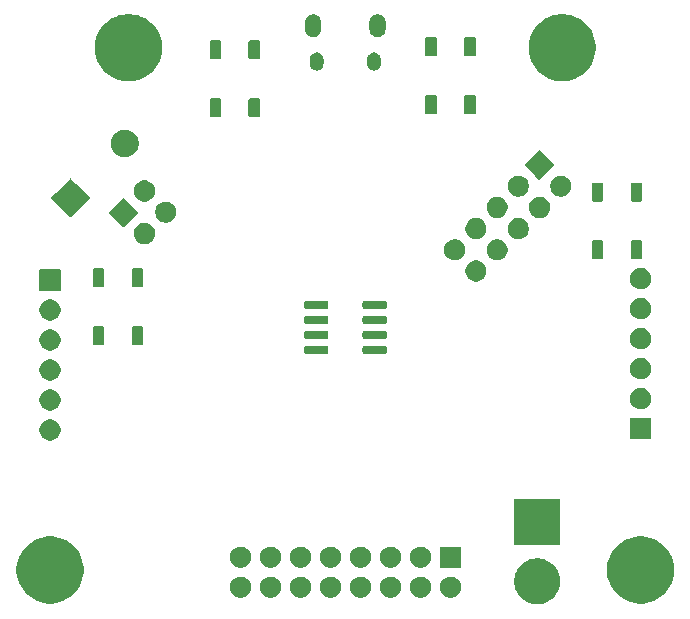
<source format=gbr>
G04 #@! TF.GenerationSoftware,KiCad,Pcbnew,9.0.1*
G04 #@! TF.CreationDate,2025-04-26T02:46:57-04:00*
G04 #@! TF.ProjectId,SwerveModuleBoard,53776572-7665-44d6-9f64-756c65426f61,REV1*
G04 #@! TF.SameCoordinates,Original*
G04 #@! TF.FileFunction,Soldermask,Bot*
G04 #@! TF.FilePolarity,Negative*
%FSLAX46Y46*%
G04 Gerber Fmt 4.6, Leading zero omitted, Abs format (unit mm)*
G04 Created by KiCad (PCBNEW 9.0.1) date 2025-04-26 02:46:57*
%MOMM*%
%LPD*%
G01*
G04 APERTURE LIST*
G04 APERTURE END LIST*
G36*
X116630621Y-116836488D02*
G01*
X116877128Y-116902539D01*
X117112905Y-117000201D01*
X117333918Y-117127803D01*
X117536384Y-117283161D01*
X117716839Y-117463616D01*
X117872197Y-117666082D01*
X117999799Y-117887095D01*
X118097461Y-118122872D01*
X118163512Y-118369379D01*
X118196823Y-118622398D01*
X118196823Y-118877602D01*
X118163512Y-119130621D01*
X118097461Y-119377128D01*
X117999799Y-119612905D01*
X117872197Y-119833918D01*
X117716839Y-120036384D01*
X117536384Y-120216839D01*
X117333918Y-120372197D01*
X117112905Y-120499799D01*
X116877128Y-120597461D01*
X116630621Y-120663512D01*
X116377602Y-120696823D01*
X116122398Y-120696823D01*
X115869379Y-120663512D01*
X115622872Y-120597461D01*
X115387095Y-120499799D01*
X115166082Y-120372197D01*
X114963616Y-120216839D01*
X114783161Y-120036384D01*
X114627803Y-119833918D01*
X114500201Y-119612905D01*
X114402539Y-119377128D01*
X114336488Y-119130621D01*
X114303177Y-118877602D01*
X114303177Y-118622398D01*
X114336488Y-118369379D01*
X114402539Y-118122872D01*
X114500201Y-117887095D01*
X114627803Y-117666082D01*
X114783161Y-117463616D01*
X114963616Y-117283161D01*
X115166082Y-117127803D01*
X115387095Y-117000201D01*
X115622872Y-116902539D01*
X115869379Y-116836488D01*
X116122398Y-116803177D01*
X116377602Y-116803177D01*
X116630621Y-116836488D01*
G37*
G36*
X75477548Y-114984416D02*
G01*
X75789246Y-115055559D01*
X76091018Y-115161153D01*
X76379071Y-115299872D01*
X76649780Y-115469970D01*
X76899742Y-115669308D01*
X77125814Y-115895380D01*
X77325152Y-116145342D01*
X77495250Y-116416051D01*
X77633969Y-116704104D01*
X77739563Y-117005876D01*
X77810706Y-117317574D01*
X77846503Y-117635277D01*
X77846503Y-117954991D01*
X77810706Y-118272694D01*
X77739563Y-118584392D01*
X77633969Y-118886164D01*
X77495250Y-119174217D01*
X77325152Y-119444926D01*
X77125814Y-119694888D01*
X76899742Y-119920960D01*
X76649780Y-120120298D01*
X76379071Y-120290396D01*
X76091018Y-120429115D01*
X75789246Y-120534709D01*
X75477548Y-120605852D01*
X75159845Y-120641649D01*
X74840131Y-120641649D01*
X74522428Y-120605852D01*
X74210730Y-120534709D01*
X73908958Y-120429115D01*
X73620905Y-120290396D01*
X73350196Y-120120298D01*
X73100234Y-119920960D01*
X72874162Y-119694888D01*
X72674824Y-119444926D01*
X72504726Y-119174217D01*
X72366007Y-118886164D01*
X72260413Y-118584392D01*
X72189270Y-118272694D01*
X72153473Y-117954991D01*
X72153473Y-117635277D01*
X72189270Y-117317574D01*
X72260413Y-117005876D01*
X72366007Y-116704104D01*
X72504726Y-116416051D01*
X72674824Y-116145342D01*
X72874162Y-115895380D01*
X73100234Y-115669308D01*
X73350196Y-115469970D01*
X73620905Y-115299872D01*
X73908958Y-115161153D01*
X74210730Y-115055559D01*
X74522428Y-114984416D01*
X74840131Y-114948619D01*
X75159845Y-114948619D01*
X75477548Y-114984416D01*
G37*
G36*
X125477548Y-114984416D02*
G01*
X125789246Y-115055559D01*
X126091018Y-115161153D01*
X126379071Y-115299872D01*
X126649780Y-115469970D01*
X126899742Y-115669308D01*
X127125814Y-115895380D01*
X127325152Y-116145342D01*
X127495250Y-116416051D01*
X127633969Y-116704104D01*
X127739563Y-117005876D01*
X127810706Y-117317574D01*
X127846503Y-117635277D01*
X127846503Y-117954991D01*
X127810706Y-118272694D01*
X127739563Y-118584392D01*
X127633969Y-118886164D01*
X127495250Y-119174217D01*
X127325152Y-119444926D01*
X127125814Y-119694888D01*
X126899742Y-119920960D01*
X126649780Y-120120298D01*
X126379071Y-120290396D01*
X126091018Y-120429115D01*
X125789246Y-120534709D01*
X125477548Y-120605852D01*
X125159845Y-120641649D01*
X124840131Y-120641649D01*
X124522428Y-120605852D01*
X124210730Y-120534709D01*
X123908958Y-120429115D01*
X123620905Y-120290396D01*
X123350196Y-120120298D01*
X123100234Y-119920960D01*
X122874162Y-119694888D01*
X122674824Y-119444926D01*
X122504726Y-119174217D01*
X122366007Y-118886164D01*
X122260413Y-118584392D01*
X122189270Y-118272694D01*
X122153473Y-117954991D01*
X122153473Y-117635277D01*
X122189270Y-117317574D01*
X122260413Y-117005876D01*
X122366007Y-116704104D01*
X122504726Y-116416051D01*
X122674824Y-116145342D01*
X122874162Y-115895380D01*
X123100234Y-115669308D01*
X123350196Y-115469970D01*
X123620905Y-115299872D01*
X123908958Y-115161153D01*
X124210730Y-115055559D01*
X124522428Y-114984416D01*
X124840131Y-114948619D01*
X125159845Y-114948619D01*
X125477548Y-114984416D01*
G37*
G36*
X91386546Y-118387797D02*
G01*
X91549728Y-118455389D01*
X91696588Y-118553518D01*
X91821482Y-118678412D01*
X91919611Y-118825272D01*
X91987203Y-118988454D01*
X92021661Y-119161687D01*
X92021661Y-119338313D01*
X91987203Y-119511546D01*
X91919611Y-119674728D01*
X91821482Y-119821588D01*
X91696588Y-119946482D01*
X91549728Y-120044611D01*
X91386546Y-120112203D01*
X91213313Y-120146661D01*
X91036687Y-120146661D01*
X90863454Y-120112203D01*
X90700272Y-120044611D01*
X90553412Y-119946482D01*
X90428518Y-119821588D01*
X90330389Y-119674728D01*
X90262797Y-119511546D01*
X90228339Y-119338313D01*
X90228339Y-119161687D01*
X90262797Y-118988454D01*
X90330389Y-118825272D01*
X90428518Y-118678412D01*
X90553412Y-118553518D01*
X90700272Y-118455389D01*
X90863454Y-118387797D01*
X91036687Y-118353339D01*
X91213313Y-118353339D01*
X91386546Y-118387797D01*
G37*
G36*
X93926546Y-118387797D02*
G01*
X94089728Y-118455389D01*
X94236588Y-118553518D01*
X94361482Y-118678412D01*
X94459611Y-118825272D01*
X94527203Y-118988454D01*
X94561661Y-119161687D01*
X94561661Y-119338313D01*
X94527203Y-119511546D01*
X94459611Y-119674728D01*
X94361482Y-119821588D01*
X94236588Y-119946482D01*
X94089728Y-120044611D01*
X93926546Y-120112203D01*
X93753313Y-120146661D01*
X93576687Y-120146661D01*
X93403454Y-120112203D01*
X93240272Y-120044611D01*
X93093412Y-119946482D01*
X92968518Y-119821588D01*
X92870389Y-119674728D01*
X92802797Y-119511546D01*
X92768339Y-119338313D01*
X92768339Y-119161687D01*
X92802797Y-118988454D01*
X92870389Y-118825272D01*
X92968518Y-118678412D01*
X93093412Y-118553518D01*
X93240272Y-118455389D01*
X93403454Y-118387797D01*
X93576687Y-118353339D01*
X93753313Y-118353339D01*
X93926546Y-118387797D01*
G37*
G36*
X96466546Y-118387797D02*
G01*
X96629728Y-118455389D01*
X96776588Y-118553518D01*
X96901482Y-118678412D01*
X96999611Y-118825272D01*
X97067203Y-118988454D01*
X97101661Y-119161687D01*
X97101661Y-119338313D01*
X97067203Y-119511546D01*
X96999611Y-119674728D01*
X96901482Y-119821588D01*
X96776588Y-119946482D01*
X96629728Y-120044611D01*
X96466546Y-120112203D01*
X96293313Y-120146661D01*
X96116687Y-120146661D01*
X95943454Y-120112203D01*
X95780272Y-120044611D01*
X95633412Y-119946482D01*
X95508518Y-119821588D01*
X95410389Y-119674728D01*
X95342797Y-119511546D01*
X95308339Y-119338313D01*
X95308339Y-119161687D01*
X95342797Y-118988454D01*
X95410389Y-118825272D01*
X95508518Y-118678412D01*
X95633412Y-118553518D01*
X95780272Y-118455389D01*
X95943454Y-118387797D01*
X96116687Y-118353339D01*
X96293313Y-118353339D01*
X96466546Y-118387797D01*
G37*
G36*
X99006546Y-118387797D02*
G01*
X99169728Y-118455389D01*
X99316588Y-118553518D01*
X99441482Y-118678412D01*
X99539611Y-118825272D01*
X99607203Y-118988454D01*
X99641661Y-119161687D01*
X99641661Y-119338313D01*
X99607203Y-119511546D01*
X99539611Y-119674728D01*
X99441482Y-119821588D01*
X99316588Y-119946482D01*
X99169728Y-120044611D01*
X99006546Y-120112203D01*
X98833313Y-120146661D01*
X98656687Y-120146661D01*
X98483454Y-120112203D01*
X98320272Y-120044611D01*
X98173412Y-119946482D01*
X98048518Y-119821588D01*
X97950389Y-119674728D01*
X97882797Y-119511546D01*
X97848339Y-119338313D01*
X97848339Y-119161687D01*
X97882797Y-118988454D01*
X97950389Y-118825272D01*
X98048518Y-118678412D01*
X98173412Y-118553518D01*
X98320272Y-118455389D01*
X98483454Y-118387797D01*
X98656687Y-118353339D01*
X98833313Y-118353339D01*
X99006546Y-118387797D01*
G37*
G36*
X101546546Y-118387797D02*
G01*
X101709728Y-118455389D01*
X101856588Y-118553518D01*
X101981482Y-118678412D01*
X102079611Y-118825272D01*
X102147203Y-118988454D01*
X102181661Y-119161687D01*
X102181661Y-119338313D01*
X102147203Y-119511546D01*
X102079611Y-119674728D01*
X101981482Y-119821588D01*
X101856588Y-119946482D01*
X101709728Y-120044611D01*
X101546546Y-120112203D01*
X101373313Y-120146661D01*
X101196687Y-120146661D01*
X101023454Y-120112203D01*
X100860272Y-120044611D01*
X100713412Y-119946482D01*
X100588518Y-119821588D01*
X100490389Y-119674728D01*
X100422797Y-119511546D01*
X100388339Y-119338313D01*
X100388339Y-119161687D01*
X100422797Y-118988454D01*
X100490389Y-118825272D01*
X100588518Y-118678412D01*
X100713412Y-118553518D01*
X100860272Y-118455389D01*
X101023454Y-118387797D01*
X101196687Y-118353339D01*
X101373313Y-118353339D01*
X101546546Y-118387797D01*
G37*
G36*
X104086546Y-118387797D02*
G01*
X104249728Y-118455389D01*
X104396588Y-118553518D01*
X104521482Y-118678412D01*
X104619611Y-118825272D01*
X104687203Y-118988454D01*
X104721661Y-119161687D01*
X104721661Y-119338313D01*
X104687203Y-119511546D01*
X104619611Y-119674728D01*
X104521482Y-119821588D01*
X104396588Y-119946482D01*
X104249728Y-120044611D01*
X104086546Y-120112203D01*
X103913313Y-120146661D01*
X103736687Y-120146661D01*
X103563454Y-120112203D01*
X103400272Y-120044611D01*
X103253412Y-119946482D01*
X103128518Y-119821588D01*
X103030389Y-119674728D01*
X102962797Y-119511546D01*
X102928339Y-119338313D01*
X102928339Y-119161687D01*
X102962797Y-118988454D01*
X103030389Y-118825272D01*
X103128518Y-118678412D01*
X103253412Y-118553518D01*
X103400272Y-118455389D01*
X103563454Y-118387797D01*
X103736687Y-118353339D01*
X103913313Y-118353339D01*
X104086546Y-118387797D01*
G37*
G36*
X106626546Y-118387797D02*
G01*
X106789728Y-118455389D01*
X106936588Y-118553518D01*
X107061482Y-118678412D01*
X107159611Y-118825272D01*
X107227203Y-118988454D01*
X107261661Y-119161687D01*
X107261661Y-119338313D01*
X107227203Y-119511546D01*
X107159611Y-119674728D01*
X107061482Y-119821588D01*
X106936588Y-119946482D01*
X106789728Y-120044611D01*
X106626546Y-120112203D01*
X106453313Y-120146661D01*
X106276687Y-120146661D01*
X106103454Y-120112203D01*
X105940272Y-120044611D01*
X105793412Y-119946482D01*
X105668518Y-119821588D01*
X105570389Y-119674728D01*
X105502797Y-119511546D01*
X105468339Y-119338313D01*
X105468339Y-119161687D01*
X105502797Y-118988454D01*
X105570389Y-118825272D01*
X105668518Y-118678412D01*
X105793412Y-118553518D01*
X105940272Y-118455389D01*
X106103454Y-118387797D01*
X106276687Y-118353339D01*
X106453313Y-118353339D01*
X106626546Y-118387797D01*
G37*
G36*
X109166546Y-118387797D02*
G01*
X109329728Y-118455389D01*
X109476588Y-118553518D01*
X109601482Y-118678412D01*
X109699611Y-118825272D01*
X109767203Y-118988454D01*
X109801661Y-119161687D01*
X109801661Y-119338313D01*
X109767203Y-119511546D01*
X109699611Y-119674728D01*
X109601482Y-119821588D01*
X109476588Y-119946482D01*
X109329728Y-120044611D01*
X109166546Y-120112203D01*
X108993313Y-120146661D01*
X108816687Y-120146661D01*
X108643454Y-120112203D01*
X108480272Y-120044611D01*
X108333412Y-119946482D01*
X108208518Y-119821588D01*
X108110389Y-119674728D01*
X108042797Y-119511546D01*
X108008339Y-119338313D01*
X108008339Y-119161687D01*
X108042797Y-118988454D01*
X108110389Y-118825272D01*
X108208518Y-118678412D01*
X108333412Y-118553518D01*
X108480272Y-118455389D01*
X108643454Y-118387797D01*
X108816687Y-118353339D01*
X108993313Y-118353339D01*
X109166546Y-118387797D01*
G37*
G36*
X109774517Y-115812882D02*
G01*
X109791062Y-115823938D01*
X109802118Y-115840483D01*
X109806000Y-115860000D01*
X109806000Y-117560000D01*
X109802118Y-117579517D01*
X109791062Y-117596062D01*
X109774517Y-117607118D01*
X109755000Y-117611000D01*
X108055000Y-117611000D01*
X108035483Y-117607118D01*
X108018938Y-117596062D01*
X108007882Y-117579517D01*
X108004000Y-117560000D01*
X108004000Y-115860000D01*
X108007882Y-115840483D01*
X108018938Y-115823938D01*
X108035483Y-115812882D01*
X108055000Y-115809000D01*
X109755000Y-115809000D01*
X109774517Y-115812882D01*
G37*
G36*
X91386546Y-115847797D02*
G01*
X91549728Y-115915389D01*
X91696588Y-116013518D01*
X91821482Y-116138412D01*
X91919611Y-116285272D01*
X91987203Y-116448454D01*
X92021661Y-116621687D01*
X92021661Y-116798313D01*
X91987203Y-116971546D01*
X91919611Y-117134728D01*
X91821482Y-117281588D01*
X91696588Y-117406482D01*
X91549728Y-117504611D01*
X91386546Y-117572203D01*
X91213313Y-117606661D01*
X91036687Y-117606661D01*
X90863454Y-117572203D01*
X90700272Y-117504611D01*
X90553412Y-117406482D01*
X90428518Y-117281588D01*
X90330389Y-117134728D01*
X90262797Y-116971546D01*
X90228339Y-116798313D01*
X90228339Y-116621687D01*
X90262797Y-116448454D01*
X90330389Y-116285272D01*
X90428518Y-116138412D01*
X90553412Y-116013518D01*
X90700272Y-115915389D01*
X90863454Y-115847797D01*
X91036687Y-115813339D01*
X91213313Y-115813339D01*
X91386546Y-115847797D01*
G37*
G36*
X93926546Y-115847797D02*
G01*
X94089728Y-115915389D01*
X94236588Y-116013518D01*
X94361482Y-116138412D01*
X94459611Y-116285272D01*
X94527203Y-116448454D01*
X94561661Y-116621687D01*
X94561661Y-116798313D01*
X94527203Y-116971546D01*
X94459611Y-117134728D01*
X94361482Y-117281588D01*
X94236588Y-117406482D01*
X94089728Y-117504611D01*
X93926546Y-117572203D01*
X93753313Y-117606661D01*
X93576687Y-117606661D01*
X93403454Y-117572203D01*
X93240272Y-117504611D01*
X93093412Y-117406482D01*
X92968518Y-117281588D01*
X92870389Y-117134728D01*
X92802797Y-116971546D01*
X92768339Y-116798313D01*
X92768339Y-116621687D01*
X92802797Y-116448454D01*
X92870389Y-116285272D01*
X92968518Y-116138412D01*
X93093412Y-116013518D01*
X93240272Y-115915389D01*
X93403454Y-115847797D01*
X93576687Y-115813339D01*
X93753313Y-115813339D01*
X93926546Y-115847797D01*
G37*
G36*
X96466546Y-115847797D02*
G01*
X96629728Y-115915389D01*
X96776588Y-116013518D01*
X96901482Y-116138412D01*
X96999611Y-116285272D01*
X97067203Y-116448454D01*
X97101661Y-116621687D01*
X97101661Y-116798313D01*
X97067203Y-116971546D01*
X96999611Y-117134728D01*
X96901482Y-117281588D01*
X96776588Y-117406482D01*
X96629728Y-117504611D01*
X96466546Y-117572203D01*
X96293313Y-117606661D01*
X96116687Y-117606661D01*
X95943454Y-117572203D01*
X95780272Y-117504611D01*
X95633412Y-117406482D01*
X95508518Y-117281588D01*
X95410389Y-117134728D01*
X95342797Y-116971546D01*
X95308339Y-116798313D01*
X95308339Y-116621687D01*
X95342797Y-116448454D01*
X95410389Y-116285272D01*
X95508518Y-116138412D01*
X95633412Y-116013518D01*
X95780272Y-115915389D01*
X95943454Y-115847797D01*
X96116687Y-115813339D01*
X96293313Y-115813339D01*
X96466546Y-115847797D01*
G37*
G36*
X99006546Y-115847797D02*
G01*
X99169728Y-115915389D01*
X99316588Y-116013518D01*
X99441482Y-116138412D01*
X99539611Y-116285272D01*
X99607203Y-116448454D01*
X99641661Y-116621687D01*
X99641661Y-116798313D01*
X99607203Y-116971546D01*
X99539611Y-117134728D01*
X99441482Y-117281588D01*
X99316588Y-117406482D01*
X99169728Y-117504611D01*
X99006546Y-117572203D01*
X98833313Y-117606661D01*
X98656687Y-117606661D01*
X98483454Y-117572203D01*
X98320272Y-117504611D01*
X98173412Y-117406482D01*
X98048518Y-117281588D01*
X97950389Y-117134728D01*
X97882797Y-116971546D01*
X97848339Y-116798313D01*
X97848339Y-116621687D01*
X97882797Y-116448454D01*
X97950389Y-116285272D01*
X98048518Y-116138412D01*
X98173412Y-116013518D01*
X98320272Y-115915389D01*
X98483454Y-115847797D01*
X98656687Y-115813339D01*
X98833313Y-115813339D01*
X99006546Y-115847797D01*
G37*
G36*
X101546546Y-115847797D02*
G01*
X101709728Y-115915389D01*
X101856588Y-116013518D01*
X101981482Y-116138412D01*
X102079611Y-116285272D01*
X102147203Y-116448454D01*
X102181661Y-116621687D01*
X102181661Y-116798313D01*
X102147203Y-116971546D01*
X102079611Y-117134728D01*
X101981482Y-117281588D01*
X101856588Y-117406482D01*
X101709728Y-117504611D01*
X101546546Y-117572203D01*
X101373313Y-117606661D01*
X101196687Y-117606661D01*
X101023454Y-117572203D01*
X100860272Y-117504611D01*
X100713412Y-117406482D01*
X100588518Y-117281588D01*
X100490389Y-117134728D01*
X100422797Y-116971546D01*
X100388339Y-116798313D01*
X100388339Y-116621687D01*
X100422797Y-116448454D01*
X100490389Y-116285272D01*
X100588518Y-116138412D01*
X100713412Y-116013518D01*
X100860272Y-115915389D01*
X101023454Y-115847797D01*
X101196687Y-115813339D01*
X101373313Y-115813339D01*
X101546546Y-115847797D01*
G37*
G36*
X104086546Y-115847797D02*
G01*
X104249728Y-115915389D01*
X104396588Y-116013518D01*
X104521482Y-116138412D01*
X104619611Y-116285272D01*
X104687203Y-116448454D01*
X104721661Y-116621687D01*
X104721661Y-116798313D01*
X104687203Y-116971546D01*
X104619611Y-117134728D01*
X104521482Y-117281588D01*
X104396588Y-117406482D01*
X104249728Y-117504611D01*
X104086546Y-117572203D01*
X103913313Y-117606661D01*
X103736687Y-117606661D01*
X103563454Y-117572203D01*
X103400272Y-117504611D01*
X103253412Y-117406482D01*
X103128518Y-117281588D01*
X103030389Y-117134728D01*
X102962797Y-116971546D01*
X102928339Y-116798313D01*
X102928339Y-116621687D01*
X102962797Y-116448454D01*
X103030389Y-116285272D01*
X103128518Y-116138412D01*
X103253412Y-116013518D01*
X103400272Y-115915389D01*
X103563454Y-115847797D01*
X103736687Y-115813339D01*
X103913313Y-115813339D01*
X104086546Y-115847797D01*
G37*
G36*
X106626546Y-115847797D02*
G01*
X106789728Y-115915389D01*
X106936588Y-116013518D01*
X107061482Y-116138412D01*
X107159611Y-116285272D01*
X107227203Y-116448454D01*
X107261661Y-116621687D01*
X107261661Y-116798313D01*
X107227203Y-116971546D01*
X107159611Y-117134728D01*
X107061482Y-117281588D01*
X106936588Y-117406482D01*
X106789728Y-117504611D01*
X106626546Y-117572203D01*
X106453313Y-117606661D01*
X106276687Y-117606661D01*
X106103454Y-117572203D01*
X105940272Y-117504611D01*
X105793412Y-117406482D01*
X105668518Y-117281588D01*
X105570389Y-117134728D01*
X105502797Y-116971546D01*
X105468339Y-116798313D01*
X105468339Y-116621687D01*
X105502797Y-116448454D01*
X105570389Y-116285272D01*
X105668518Y-116138412D01*
X105793412Y-116013518D01*
X105940272Y-115915389D01*
X106103454Y-115847797D01*
X106276687Y-115813339D01*
X106453313Y-115813339D01*
X106626546Y-115847797D01*
G37*
G36*
X118169517Y-111802882D02*
G01*
X118186062Y-111813938D01*
X118197118Y-111830483D01*
X118201000Y-111850000D01*
X118201000Y-115650000D01*
X118197118Y-115669517D01*
X118186062Y-115686062D01*
X118169517Y-115697118D01*
X118150000Y-115701000D01*
X114350000Y-115701000D01*
X114330483Y-115697118D01*
X114313938Y-115686062D01*
X114302882Y-115669517D01*
X114299000Y-115650000D01*
X114299000Y-111850000D01*
X114302882Y-111830483D01*
X114313938Y-111813938D01*
X114330483Y-111802882D01*
X114350000Y-111799000D01*
X118150000Y-111799000D01*
X118169517Y-111802882D01*
G37*
G36*
X75261546Y-105087797D02*
G01*
X75424728Y-105155389D01*
X75571588Y-105253518D01*
X75696482Y-105378412D01*
X75794611Y-105525272D01*
X75862203Y-105688454D01*
X75896661Y-105861687D01*
X75896661Y-106038313D01*
X75862203Y-106211546D01*
X75794611Y-106374728D01*
X75696482Y-106521588D01*
X75571588Y-106646482D01*
X75424728Y-106744611D01*
X75261546Y-106812203D01*
X75088313Y-106846661D01*
X74911687Y-106846661D01*
X74738454Y-106812203D01*
X74575272Y-106744611D01*
X74428412Y-106646482D01*
X74303518Y-106521588D01*
X74205389Y-106374728D01*
X74137797Y-106211546D01*
X74103339Y-106038313D01*
X74103339Y-105861687D01*
X74137797Y-105688454D01*
X74205389Y-105525272D01*
X74303518Y-105378412D01*
X74428412Y-105253518D01*
X74575272Y-105155389D01*
X74738454Y-105087797D01*
X74911687Y-105053339D01*
X75088313Y-105053339D01*
X75261546Y-105087797D01*
G37*
G36*
X125869517Y-104932882D02*
G01*
X125886062Y-104943938D01*
X125897118Y-104960483D01*
X125901000Y-104980000D01*
X125901000Y-106680000D01*
X125897118Y-106699517D01*
X125886062Y-106716062D01*
X125869517Y-106727118D01*
X125850000Y-106731000D01*
X124150000Y-106731000D01*
X124130483Y-106727118D01*
X124113938Y-106716062D01*
X124102882Y-106699517D01*
X124099000Y-106680000D01*
X124099000Y-104980000D01*
X124102882Y-104960483D01*
X124113938Y-104943938D01*
X124130483Y-104932882D01*
X124150000Y-104929000D01*
X125850000Y-104929000D01*
X125869517Y-104932882D01*
G37*
G36*
X75261546Y-102547797D02*
G01*
X75424728Y-102615389D01*
X75571588Y-102713518D01*
X75696482Y-102838412D01*
X75794611Y-102985272D01*
X75862203Y-103148454D01*
X75896661Y-103321687D01*
X75896661Y-103498313D01*
X75862203Y-103671546D01*
X75794611Y-103834728D01*
X75696482Y-103981588D01*
X75571588Y-104106482D01*
X75424728Y-104204611D01*
X75261546Y-104272203D01*
X75088313Y-104306661D01*
X74911687Y-104306661D01*
X74738454Y-104272203D01*
X74575272Y-104204611D01*
X74428412Y-104106482D01*
X74303518Y-103981588D01*
X74205389Y-103834728D01*
X74137797Y-103671546D01*
X74103339Y-103498313D01*
X74103339Y-103321687D01*
X74137797Y-103148454D01*
X74205389Y-102985272D01*
X74303518Y-102838412D01*
X74428412Y-102713518D01*
X74575272Y-102615389D01*
X74738454Y-102547797D01*
X74911687Y-102513339D01*
X75088313Y-102513339D01*
X75261546Y-102547797D01*
G37*
G36*
X125261546Y-102427797D02*
G01*
X125424728Y-102495389D01*
X125571588Y-102593518D01*
X125696482Y-102718412D01*
X125794611Y-102865272D01*
X125862203Y-103028454D01*
X125896661Y-103201687D01*
X125896661Y-103378313D01*
X125862203Y-103551546D01*
X125794611Y-103714728D01*
X125696482Y-103861588D01*
X125571588Y-103986482D01*
X125424728Y-104084611D01*
X125261546Y-104152203D01*
X125088313Y-104186661D01*
X124911687Y-104186661D01*
X124738454Y-104152203D01*
X124575272Y-104084611D01*
X124428412Y-103986482D01*
X124303518Y-103861588D01*
X124205389Y-103714728D01*
X124137797Y-103551546D01*
X124103339Y-103378313D01*
X124103339Y-103201687D01*
X124137797Y-103028454D01*
X124205389Y-102865272D01*
X124303518Y-102718412D01*
X124428412Y-102593518D01*
X124575272Y-102495389D01*
X124738454Y-102427797D01*
X124911687Y-102393339D01*
X125088313Y-102393339D01*
X125261546Y-102427797D01*
G37*
G36*
X75261546Y-100007797D02*
G01*
X75424728Y-100075389D01*
X75571588Y-100173518D01*
X75696482Y-100298412D01*
X75794611Y-100445272D01*
X75862203Y-100608454D01*
X75896661Y-100781687D01*
X75896661Y-100958313D01*
X75862203Y-101131546D01*
X75794611Y-101294728D01*
X75696482Y-101441588D01*
X75571588Y-101566482D01*
X75424728Y-101664611D01*
X75261546Y-101732203D01*
X75088313Y-101766661D01*
X74911687Y-101766661D01*
X74738454Y-101732203D01*
X74575272Y-101664611D01*
X74428412Y-101566482D01*
X74303518Y-101441588D01*
X74205389Y-101294728D01*
X74137797Y-101131546D01*
X74103339Y-100958313D01*
X74103339Y-100781687D01*
X74137797Y-100608454D01*
X74205389Y-100445272D01*
X74303518Y-100298412D01*
X74428412Y-100173518D01*
X74575272Y-100075389D01*
X74738454Y-100007797D01*
X74911687Y-99973339D01*
X75088313Y-99973339D01*
X75261546Y-100007797D01*
G37*
G36*
X125261546Y-99887797D02*
G01*
X125424728Y-99955389D01*
X125571588Y-100053518D01*
X125696482Y-100178412D01*
X125794611Y-100325272D01*
X125862203Y-100488454D01*
X125896661Y-100661687D01*
X125896661Y-100838313D01*
X125862203Y-101011546D01*
X125794611Y-101174728D01*
X125696482Y-101321588D01*
X125571588Y-101446482D01*
X125424728Y-101544611D01*
X125261546Y-101612203D01*
X125088313Y-101646661D01*
X124911687Y-101646661D01*
X124738454Y-101612203D01*
X124575272Y-101544611D01*
X124428412Y-101446482D01*
X124303518Y-101321588D01*
X124205389Y-101174728D01*
X124137797Y-101011546D01*
X124103339Y-100838313D01*
X124103339Y-100661687D01*
X124137797Y-100488454D01*
X124205389Y-100325272D01*
X124303518Y-100178412D01*
X124428412Y-100053518D01*
X124575272Y-99955389D01*
X124738454Y-99887797D01*
X124911687Y-99853339D01*
X125088313Y-99853339D01*
X125261546Y-99887797D01*
G37*
G36*
X98426919Y-98819300D02*
G01*
X98492128Y-98862872D01*
X98535700Y-98928081D01*
X98551000Y-99005000D01*
X98551000Y-99305000D01*
X98535700Y-99381919D01*
X98492128Y-99447128D01*
X98426919Y-99490700D01*
X98350000Y-99506000D01*
X96700000Y-99506000D01*
X96623081Y-99490700D01*
X96557872Y-99447128D01*
X96514300Y-99381919D01*
X96499000Y-99305000D01*
X96499000Y-99005000D01*
X96514300Y-98928081D01*
X96557872Y-98862872D01*
X96623081Y-98819300D01*
X96700000Y-98804000D01*
X98350000Y-98804000D01*
X98426919Y-98819300D01*
G37*
G36*
X103376919Y-98819300D02*
G01*
X103442128Y-98862872D01*
X103485700Y-98928081D01*
X103501000Y-99005000D01*
X103501000Y-99305000D01*
X103485700Y-99381919D01*
X103442128Y-99447128D01*
X103376919Y-99490700D01*
X103300000Y-99506000D01*
X101650000Y-99506000D01*
X101573081Y-99490700D01*
X101507872Y-99447128D01*
X101464300Y-99381919D01*
X101449000Y-99305000D01*
X101449000Y-99005000D01*
X101464300Y-98928081D01*
X101507872Y-98862872D01*
X101573081Y-98819300D01*
X101650000Y-98804000D01*
X103300000Y-98804000D01*
X103376919Y-98819300D01*
G37*
G36*
X75261546Y-97467797D02*
G01*
X75424728Y-97535389D01*
X75571588Y-97633518D01*
X75696482Y-97758412D01*
X75794611Y-97905272D01*
X75862203Y-98068454D01*
X75896661Y-98241687D01*
X75896661Y-98418313D01*
X75862203Y-98591546D01*
X75794611Y-98754728D01*
X75696482Y-98901588D01*
X75571588Y-99026482D01*
X75424728Y-99124611D01*
X75261546Y-99192203D01*
X75088313Y-99226661D01*
X74911687Y-99226661D01*
X74738454Y-99192203D01*
X74575272Y-99124611D01*
X74428412Y-99026482D01*
X74303518Y-98901588D01*
X74205389Y-98754728D01*
X74137797Y-98591546D01*
X74103339Y-98418313D01*
X74103339Y-98241687D01*
X74137797Y-98068454D01*
X74205389Y-97905272D01*
X74303518Y-97758412D01*
X74428412Y-97633518D01*
X74575272Y-97535389D01*
X74738454Y-97467797D01*
X74911687Y-97433339D01*
X75088313Y-97433339D01*
X75261546Y-97467797D01*
G37*
G36*
X125261546Y-97347797D02*
G01*
X125424728Y-97415389D01*
X125571588Y-97513518D01*
X125696482Y-97638412D01*
X125794611Y-97785272D01*
X125862203Y-97948454D01*
X125896661Y-98121687D01*
X125896661Y-98298313D01*
X125862203Y-98471546D01*
X125794611Y-98634728D01*
X125696482Y-98781588D01*
X125571588Y-98906482D01*
X125424728Y-99004611D01*
X125261546Y-99072203D01*
X125088313Y-99106661D01*
X124911687Y-99106661D01*
X124738454Y-99072203D01*
X124575272Y-99004611D01*
X124428412Y-98906482D01*
X124303518Y-98781588D01*
X124205389Y-98634728D01*
X124137797Y-98471546D01*
X124103339Y-98298313D01*
X124103339Y-98121687D01*
X124137797Y-97948454D01*
X124205389Y-97785272D01*
X124303518Y-97638412D01*
X124428412Y-97513518D01*
X124575272Y-97415389D01*
X124738454Y-97347797D01*
X124911687Y-97313339D01*
X125088313Y-97313339D01*
X125261546Y-97347797D01*
G37*
G36*
X79513958Y-97159733D02*
G01*
X79559702Y-97190298D01*
X79590267Y-97236042D01*
X79601000Y-97290000D01*
X79601000Y-98610000D01*
X79590267Y-98663958D01*
X79559702Y-98709702D01*
X79513958Y-98740267D01*
X79460000Y-98751000D01*
X78740000Y-98751000D01*
X78686042Y-98740267D01*
X78640298Y-98709702D01*
X78609733Y-98663958D01*
X78599000Y-98610000D01*
X78599000Y-97290000D01*
X78609733Y-97236042D01*
X78640298Y-97190298D01*
X78686042Y-97159733D01*
X78740000Y-97149000D01*
X79460000Y-97149000D01*
X79513958Y-97159733D01*
G37*
G36*
X82813958Y-97159733D02*
G01*
X82859702Y-97190298D01*
X82890267Y-97236042D01*
X82901000Y-97290000D01*
X82901000Y-98610000D01*
X82890267Y-98663958D01*
X82859702Y-98709702D01*
X82813958Y-98740267D01*
X82760000Y-98751000D01*
X82040000Y-98751000D01*
X81986042Y-98740267D01*
X81940298Y-98709702D01*
X81909733Y-98663958D01*
X81899000Y-98610000D01*
X81899000Y-97290000D01*
X81909733Y-97236042D01*
X81940298Y-97190298D01*
X81986042Y-97159733D01*
X82040000Y-97149000D01*
X82760000Y-97149000D01*
X82813958Y-97159733D01*
G37*
G36*
X98426919Y-97549300D02*
G01*
X98492128Y-97592872D01*
X98535700Y-97658081D01*
X98551000Y-97735000D01*
X98551000Y-98035000D01*
X98535700Y-98111919D01*
X98492128Y-98177128D01*
X98426919Y-98220700D01*
X98350000Y-98236000D01*
X96700000Y-98236000D01*
X96623081Y-98220700D01*
X96557872Y-98177128D01*
X96514300Y-98111919D01*
X96499000Y-98035000D01*
X96499000Y-97735000D01*
X96514300Y-97658081D01*
X96557872Y-97592872D01*
X96623081Y-97549300D01*
X96700000Y-97534000D01*
X98350000Y-97534000D01*
X98426919Y-97549300D01*
G37*
G36*
X103376919Y-97549300D02*
G01*
X103442128Y-97592872D01*
X103485700Y-97658081D01*
X103501000Y-97735000D01*
X103501000Y-98035000D01*
X103485700Y-98111919D01*
X103442128Y-98177128D01*
X103376919Y-98220700D01*
X103300000Y-98236000D01*
X101650000Y-98236000D01*
X101573081Y-98220700D01*
X101507872Y-98177128D01*
X101464300Y-98111919D01*
X101449000Y-98035000D01*
X101449000Y-97735000D01*
X101464300Y-97658081D01*
X101507872Y-97592872D01*
X101573081Y-97549300D01*
X101650000Y-97534000D01*
X103300000Y-97534000D01*
X103376919Y-97549300D01*
G37*
G36*
X98426919Y-96279300D02*
G01*
X98492128Y-96322872D01*
X98535700Y-96388081D01*
X98551000Y-96465000D01*
X98551000Y-96765000D01*
X98535700Y-96841919D01*
X98492128Y-96907128D01*
X98426919Y-96950700D01*
X98350000Y-96966000D01*
X96700000Y-96966000D01*
X96623081Y-96950700D01*
X96557872Y-96907128D01*
X96514300Y-96841919D01*
X96499000Y-96765000D01*
X96499000Y-96465000D01*
X96514300Y-96388081D01*
X96557872Y-96322872D01*
X96623081Y-96279300D01*
X96700000Y-96264000D01*
X98350000Y-96264000D01*
X98426919Y-96279300D01*
G37*
G36*
X103376919Y-96279300D02*
G01*
X103442128Y-96322872D01*
X103485700Y-96388081D01*
X103501000Y-96465000D01*
X103501000Y-96765000D01*
X103485700Y-96841919D01*
X103442128Y-96907128D01*
X103376919Y-96950700D01*
X103300000Y-96966000D01*
X101650000Y-96966000D01*
X101573081Y-96950700D01*
X101507872Y-96907128D01*
X101464300Y-96841919D01*
X101449000Y-96765000D01*
X101449000Y-96465000D01*
X101464300Y-96388081D01*
X101507872Y-96322872D01*
X101573081Y-96279300D01*
X101650000Y-96264000D01*
X103300000Y-96264000D01*
X103376919Y-96279300D01*
G37*
G36*
X75261546Y-94927797D02*
G01*
X75424728Y-94995389D01*
X75571588Y-95093518D01*
X75696482Y-95218412D01*
X75794611Y-95365272D01*
X75862203Y-95528454D01*
X75896661Y-95701687D01*
X75896661Y-95878313D01*
X75862203Y-96051546D01*
X75794611Y-96214728D01*
X75696482Y-96361588D01*
X75571588Y-96486482D01*
X75424728Y-96584611D01*
X75261546Y-96652203D01*
X75088313Y-96686661D01*
X74911687Y-96686661D01*
X74738454Y-96652203D01*
X74575272Y-96584611D01*
X74428412Y-96486482D01*
X74303518Y-96361588D01*
X74205389Y-96214728D01*
X74137797Y-96051546D01*
X74103339Y-95878313D01*
X74103339Y-95701687D01*
X74137797Y-95528454D01*
X74205389Y-95365272D01*
X74303518Y-95218412D01*
X74428412Y-95093518D01*
X74575272Y-94995389D01*
X74738454Y-94927797D01*
X74911687Y-94893339D01*
X75088313Y-94893339D01*
X75261546Y-94927797D01*
G37*
G36*
X125261546Y-94807797D02*
G01*
X125424728Y-94875389D01*
X125571588Y-94973518D01*
X125696482Y-95098412D01*
X125794611Y-95245272D01*
X125862203Y-95408454D01*
X125896661Y-95581687D01*
X125896661Y-95758313D01*
X125862203Y-95931546D01*
X125794611Y-96094728D01*
X125696482Y-96241588D01*
X125571588Y-96366482D01*
X125424728Y-96464611D01*
X125261546Y-96532203D01*
X125088313Y-96566661D01*
X124911687Y-96566661D01*
X124738454Y-96532203D01*
X124575272Y-96464611D01*
X124428412Y-96366482D01*
X124303518Y-96241588D01*
X124205389Y-96094728D01*
X124137797Y-95931546D01*
X124103339Y-95758313D01*
X124103339Y-95581687D01*
X124137797Y-95408454D01*
X124205389Y-95245272D01*
X124303518Y-95098412D01*
X124428412Y-94973518D01*
X124575272Y-94875389D01*
X124738454Y-94807797D01*
X124911687Y-94773339D01*
X125088313Y-94773339D01*
X125261546Y-94807797D01*
G37*
G36*
X98426919Y-95009300D02*
G01*
X98492128Y-95052872D01*
X98535700Y-95118081D01*
X98551000Y-95195000D01*
X98551000Y-95495000D01*
X98535700Y-95571919D01*
X98492128Y-95637128D01*
X98426919Y-95680700D01*
X98350000Y-95696000D01*
X96700000Y-95696000D01*
X96623081Y-95680700D01*
X96557872Y-95637128D01*
X96514300Y-95571919D01*
X96499000Y-95495000D01*
X96499000Y-95195000D01*
X96514300Y-95118081D01*
X96557872Y-95052872D01*
X96623081Y-95009300D01*
X96700000Y-94994000D01*
X98350000Y-94994000D01*
X98426919Y-95009300D01*
G37*
G36*
X103376919Y-95009300D02*
G01*
X103442128Y-95052872D01*
X103485700Y-95118081D01*
X103501000Y-95195000D01*
X103501000Y-95495000D01*
X103485700Y-95571919D01*
X103442128Y-95637128D01*
X103376919Y-95680700D01*
X103300000Y-95696000D01*
X101650000Y-95696000D01*
X101573081Y-95680700D01*
X101507872Y-95637128D01*
X101464300Y-95571919D01*
X101449000Y-95495000D01*
X101449000Y-95195000D01*
X101464300Y-95118081D01*
X101507872Y-95052872D01*
X101573081Y-95009300D01*
X101650000Y-94994000D01*
X103300000Y-94994000D01*
X103376919Y-95009300D01*
G37*
G36*
X75869517Y-92352882D02*
G01*
X75886062Y-92363938D01*
X75897118Y-92380483D01*
X75901000Y-92400000D01*
X75901000Y-94100000D01*
X75897118Y-94119517D01*
X75886062Y-94136062D01*
X75869517Y-94147118D01*
X75850000Y-94151000D01*
X74150000Y-94151000D01*
X74130483Y-94147118D01*
X74113938Y-94136062D01*
X74102882Y-94119517D01*
X74099000Y-94100000D01*
X74099000Y-92400000D01*
X74102882Y-92380483D01*
X74113938Y-92363938D01*
X74130483Y-92352882D01*
X74150000Y-92349000D01*
X75850000Y-92349000D01*
X75869517Y-92352882D01*
G37*
G36*
X125261546Y-92267797D02*
G01*
X125424728Y-92335389D01*
X125571588Y-92433518D01*
X125696482Y-92558412D01*
X125794611Y-92705272D01*
X125862203Y-92868454D01*
X125896661Y-93041687D01*
X125896661Y-93218313D01*
X125862203Y-93391546D01*
X125794611Y-93554728D01*
X125696482Y-93701588D01*
X125571588Y-93826482D01*
X125424728Y-93924611D01*
X125261546Y-93992203D01*
X125088313Y-94026661D01*
X124911687Y-94026661D01*
X124738454Y-93992203D01*
X124575272Y-93924611D01*
X124428412Y-93826482D01*
X124303518Y-93701588D01*
X124205389Y-93554728D01*
X124137797Y-93391546D01*
X124103339Y-93218313D01*
X124103339Y-93041687D01*
X124137797Y-92868454D01*
X124205389Y-92705272D01*
X124303518Y-92558412D01*
X124428412Y-92433518D01*
X124575272Y-92335389D01*
X124738454Y-92267797D01*
X124911687Y-92233339D01*
X125088313Y-92233339D01*
X125261546Y-92267797D01*
G37*
G36*
X79513958Y-92259733D02*
G01*
X79559702Y-92290298D01*
X79590267Y-92336042D01*
X79601000Y-92390000D01*
X79601000Y-93710000D01*
X79590267Y-93763958D01*
X79559702Y-93809702D01*
X79513958Y-93840267D01*
X79460000Y-93851000D01*
X78740000Y-93851000D01*
X78686042Y-93840267D01*
X78640298Y-93809702D01*
X78609733Y-93763958D01*
X78599000Y-93710000D01*
X78599000Y-92390000D01*
X78609733Y-92336042D01*
X78640298Y-92290298D01*
X78686042Y-92259733D01*
X78740000Y-92249000D01*
X79460000Y-92249000D01*
X79513958Y-92259733D01*
G37*
G36*
X82813958Y-92259733D02*
G01*
X82859702Y-92290298D01*
X82890267Y-92336042D01*
X82901000Y-92390000D01*
X82901000Y-93710000D01*
X82890267Y-93763958D01*
X82859702Y-93809702D01*
X82813958Y-93840267D01*
X82760000Y-93851000D01*
X82040000Y-93851000D01*
X81986042Y-93840267D01*
X81940298Y-93809702D01*
X81909733Y-93763958D01*
X81899000Y-93710000D01*
X81899000Y-92390000D01*
X81909733Y-92336042D01*
X81940298Y-92290298D01*
X81986042Y-92259733D01*
X82040000Y-92249000D01*
X82760000Y-92249000D01*
X82813958Y-92259733D01*
G37*
G36*
X111313934Y-91624390D02*
G01*
X111477116Y-91691982D01*
X111623976Y-91790111D01*
X111748870Y-91915005D01*
X111846999Y-92061865D01*
X111914591Y-92225047D01*
X111949049Y-92398280D01*
X111949049Y-92574906D01*
X111914591Y-92748139D01*
X111846999Y-92911321D01*
X111748870Y-93058181D01*
X111623976Y-93183075D01*
X111477116Y-93281204D01*
X111313934Y-93348796D01*
X111140701Y-93383254D01*
X110964075Y-93383254D01*
X110790842Y-93348796D01*
X110627660Y-93281204D01*
X110480800Y-93183075D01*
X110355906Y-93058181D01*
X110257777Y-92911321D01*
X110190185Y-92748139D01*
X110155727Y-92574906D01*
X110155727Y-92398280D01*
X110190185Y-92225047D01*
X110257777Y-92061865D01*
X110355906Y-91915005D01*
X110480800Y-91790111D01*
X110627660Y-91691982D01*
X110790842Y-91624390D01*
X110964075Y-91589932D01*
X111140701Y-91589932D01*
X111313934Y-91624390D01*
G37*
G36*
X109517883Y-89828339D02*
G01*
X109681065Y-89895931D01*
X109827925Y-89994060D01*
X109952819Y-90118954D01*
X110050948Y-90265814D01*
X110118540Y-90428996D01*
X110152998Y-90602229D01*
X110152998Y-90778855D01*
X110118540Y-90952088D01*
X110050948Y-91115270D01*
X109952819Y-91262130D01*
X109827925Y-91387024D01*
X109681065Y-91485153D01*
X109517883Y-91552745D01*
X109344650Y-91587203D01*
X109168024Y-91587203D01*
X108994791Y-91552745D01*
X108831609Y-91485153D01*
X108684749Y-91387024D01*
X108559855Y-91262130D01*
X108461726Y-91115270D01*
X108394134Y-90952088D01*
X108359676Y-90778855D01*
X108359676Y-90602229D01*
X108394134Y-90428996D01*
X108461726Y-90265814D01*
X108559855Y-90118954D01*
X108684749Y-89994060D01*
X108831609Y-89895931D01*
X108994791Y-89828339D01*
X109168024Y-89793881D01*
X109344650Y-89793881D01*
X109517883Y-89828339D01*
G37*
G36*
X113109986Y-89828339D02*
G01*
X113273168Y-89895931D01*
X113420028Y-89994060D01*
X113544922Y-90118954D01*
X113643051Y-90265814D01*
X113710643Y-90428996D01*
X113745101Y-90602229D01*
X113745101Y-90778855D01*
X113710643Y-90952088D01*
X113643051Y-91115270D01*
X113544922Y-91262130D01*
X113420028Y-91387024D01*
X113273168Y-91485153D01*
X113109986Y-91552745D01*
X112936753Y-91587203D01*
X112760127Y-91587203D01*
X112586894Y-91552745D01*
X112423712Y-91485153D01*
X112276852Y-91387024D01*
X112151958Y-91262130D01*
X112053829Y-91115270D01*
X111986237Y-90952088D01*
X111951779Y-90778855D01*
X111951779Y-90602229D01*
X111986237Y-90428996D01*
X112053829Y-90265814D01*
X112151958Y-90118954D01*
X112276852Y-89994060D01*
X112423712Y-89895931D01*
X112586894Y-89828339D01*
X112760127Y-89793881D01*
X112936753Y-89793881D01*
X113109986Y-89828339D01*
G37*
G36*
X121763958Y-89909733D02*
G01*
X121809702Y-89940298D01*
X121840267Y-89986042D01*
X121851000Y-90040000D01*
X121851000Y-91360000D01*
X121840267Y-91413958D01*
X121809702Y-91459702D01*
X121763958Y-91490267D01*
X121710000Y-91501000D01*
X120990000Y-91501000D01*
X120936042Y-91490267D01*
X120890298Y-91459702D01*
X120859733Y-91413958D01*
X120849000Y-91360000D01*
X120849000Y-90040000D01*
X120859733Y-89986042D01*
X120890298Y-89940298D01*
X120936042Y-89909733D01*
X120990000Y-89899000D01*
X121710000Y-89899000D01*
X121763958Y-89909733D01*
G37*
G36*
X125063958Y-89909733D02*
G01*
X125109702Y-89940298D01*
X125140267Y-89986042D01*
X125151000Y-90040000D01*
X125151000Y-91360000D01*
X125140267Y-91413958D01*
X125109702Y-91459702D01*
X125063958Y-91490267D01*
X125010000Y-91501000D01*
X124290000Y-91501000D01*
X124236042Y-91490267D01*
X124190298Y-91459702D01*
X124159733Y-91413958D01*
X124149000Y-91360000D01*
X124149000Y-90040000D01*
X124159733Y-89986042D01*
X124190298Y-89940298D01*
X124236042Y-89909733D01*
X124290000Y-89899000D01*
X125010000Y-89899000D01*
X125063958Y-89909733D01*
G37*
G36*
X83254475Y-88433848D02*
G01*
X83417657Y-88501440D01*
X83564517Y-88599569D01*
X83689411Y-88724463D01*
X83787540Y-88871323D01*
X83855132Y-89034505D01*
X83889590Y-89207738D01*
X83889590Y-89384364D01*
X83855132Y-89557597D01*
X83787540Y-89720779D01*
X83689411Y-89867639D01*
X83564517Y-89992533D01*
X83417657Y-90090662D01*
X83254475Y-90158254D01*
X83081242Y-90192712D01*
X82904616Y-90192712D01*
X82731383Y-90158254D01*
X82568201Y-90090662D01*
X82421341Y-89992533D01*
X82296447Y-89867639D01*
X82198318Y-89720779D01*
X82130726Y-89557597D01*
X82096268Y-89384364D01*
X82096268Y-89207738D01*
X82130726Y-89034505D01*
X82198318Y-88871323D01*
X82296447Y-88724463D01*
X82421341Y-88599569D01*
X82568201Y-88501440D01*
X82731383Y-88433848D01*
X82904616Y-88399390D01*
X83081242Y-88399390D01*
X83254475Y-88433848D01*
G37*
G36*
X111313934Y-88032288D02*
G01*
X111477116Y-88099880D01*
X111623976Y-88198009D01*
X111748870Y-88322903D01*
X111846999Y-88469763D01*
X111914591Y-88632945D01*
X111949049Y-88806178D01*
X111949049Y-88982804D01*
X111914591Y-89156037D01*
X111846999Y-89319219D01*
X111748870Y-89466079D01*
X111623976Y-89590973D01*
X111477116Y-89689102D01*
X111313934Y-89756694D01*
X111140701Y-89791152D01*
X110964075Y-89791152D01*
X110790842Y-89756694D01*
X110627660Y-89689102D01*
X110480800Y-89590973D01*
X110355906Y-89466079D01*
X110257777Y-89319219D01*
X110190185Y-89156037D01*
X110155727Y-88982804D01*
X110155727Y-88806178D01*
X110190185Y-88632945D01*
X110257777Y-88469763D01*
X110355906Y-88322903D01*
X110480800Y-88198009D01*
X110627660Y-88099880D01*
X110790842Y-88032288D01*
X110964075Y-87997830D01*
X111140701Y-87997830D01*
X111313934Y-88032288D01*
G37*
G36*
X114906037Y-88032288D02*
G01*
X115069219Y-88099880D01*
X115216079Y-88198009D01*
X115340973Y-88322903D01*
X115439102Y-88469763D01*
X115506694Y-88632945D01*
X115541152Y-88806178D01*
X115541152Y-88982804D01*
X115506694Y-89156037D01*
X115439102Y-89319219D01*
X115340973Y-89466079D01*
X115216079Y-89590973D01*
X115069219Y-89689102D01*
X114906037Y-89756694D01*
X114732804Y-89791152D01*
X114556178Y-89791152D01*
X114382945Y-89756694D01*
X114219763Y-89689102D01*
X114072903Y-89590973D01*
X113948009Y-89466079D01*
X113849880Y-89319219D01*
X113782288Y-89156037D01*
X113747830Y-88982804D01*
X113747830Y-88806178D01*
X113782288Y-88632945D01*
X113849880Y-88469763D01*
X113948009Y-88322903D01*
X114072903Y-88198009D01*
X114219763Y-88099880D01*
X114382945Y-88032288D01*
X114556178Y-87997830D01*
X114732804Y-87997830D01*
X114906037Y-88032288D01*
G37*
G36*
X81216395Y-86250800D02*
G01*
X81232940Y-86261856D01*
X81236075Y-86264991D01*
X82431888Y-87460803D01*
X82431890Y-87460806D01*
X82435022Y-87463938D01*
X82446078Y-87480483D01*
X82449959Y-87500000D01*
X82446078Y-87519517D01*
X82435022Y-87536062D01*
X81232940Y-88738144D01*
X81216395Y-88749200D01*
X81196878Y-88753081D01*
X81177361Y-88749200D01*
X81160816Y-88738144D01*
X80618986Y-88196314D01*
X79961867Y-87539196D01*
X79961864Y-87539192D01*
X79958734Y-87536062D01*
X79947678Y-87519517D01*
X79943797Y-87500000D01*
X79947678Y-87480483D01*
X79958734Y-87463938D01*
X79961866Y-87460805D01*
X79961869Y-87460802D01*
X81157681Y-86264989D01*
X81157687Y-86264984D01*
X81160816Y-86261856D01*
X81177361Y-86250800D01*
X81196878Y-86246919D01*
X81216395Y-86250800D01*
G37*
G36*
X85050526Y-86637797D02*
G01*
X85213708Y-86705389D01*
X85360568Y-86803518D01*
X85485462Y-86928412D01*
X85583591Y-87075272D01*
X85651183Y-87238454D01*
X85685641Y-87411687D01*
X85685641Y-87588313D01*
X85651183Y-87761546D01*
X85583591Y-87924728D01*
X85485462Y-88071588D01*
X85360568Y-88196482D01*
X85213708Y-88294611D01*
X85050526Y-88362203D01*
X84877293Y-88396661D01*
X84700667Y-88396661D01*
X84527434Y-88362203D01*
X84364252Y-88294611D01*
X84217392Y-88196482D01*
X84092498Y-88071588D01*
X83994369Y-87924728D01*
X83926777Y-87761546D01*
X83892319Y-87588313D01*
X83892319Y-87411687D01*
X83926777Y-87238454D01*
X83994369Y-87075272D01*
X84092498Y-86928412D01*
X84217392Y-86803518D01*
X84364252Y-86705389D01*
X84527434Y-86637797D01*
X84700667Y-86603339D01*
X84877293Y-86603339D01*
X85050526Y-86637797D01*
G37*
G36*
X113109986Y-86236236D02*
G01*
X113273168Y-86303828D01*
X113420028Y-86401957D01*
X113544922Y-86526851D01*
X113643051Y-86673711D01*
X113710643Y-86836893D01*
X113745101Y-87010126D01*
X113745101Y-87186752D01*
X113710643Y-87359985D01*
X113643051Y-87523167D01*
X113544922Y-87670027D01*
X113420028Y-87794921D01*
X113273168Y-87893050D01*
X113109986Y-87960642D01*
X112936753Y-87995100D01*
X112760127Y-87995100D01*
X112586894Y-87960642D01*
X112423712Y-87893050D01*
X112276852Y-87794921D01*
X112151958Y-87670027D01*
X112053829Y-87523167D01*
X111986237Y-87359985D01*
X111951779Y-87186752D01*
X111951779Y-87010126D01*
X111986237Y-86836893D01*
X112053829Y-86673711D01*
X112151958Y-86526851D01*
X112276852Y-86401957D01*
X112423712Y-86303828D01*
X112586894Y-86236236D01*
X112760127Y-86201778D01*
X112936753Y-86201778D01*
X113109986Y-86236236D01*
G37*
G36*
X116702088Y-86236236D02*
G01*
X116865270Y-86303828D01*
X117012130Y-86401957D01*
X117137024Y-86526851D01*
X117235153Y-86673711D01*
X117302745Y-86836893D01*
X117337203Y-87010126D01*
X117337203Y-87186752D01*
X117302745Y-87359985D01*
X117235153Y-87523167D01*
X117137024Y-87670027D01*
X117012130Y-87794921D01*
X116865270Y-87893050D01*
X116702088Y-87960642D01*
X116528855Y-87995100D01*
X116352229Y-87995100D01*
X116178996Y-87960642D01*
X116015814Y-87893050D01*
X115868954Y-87794921D01*
X115744060Y-87670027D01*
X115645931Y-87523167D01*
X115578339Y-87359985D01*
X115543881Y-87186752D01*
X115543881Y-87010126D01*
X115578339Y-86836893D01*
X115645931Y-86673711D01*
X115744060Y-86526851D01*
X115868954Y-86401957D01*
X116015814Y-86303828D01*
X116178996Y-86236236D01*
X116352229Y-86201778D01*
X116528855Y-86201778D01*
X116702088Y-86236236D01*
G37*
G36*
X76740121Y-84641289D02*
G01*
X76756666Y-84652344D01*
X77190364Y-85086042D01*
X78344523Y-86240200D01*
X78344525Y-86240203D01*
X78347657Y-86243335D01*
X78358712Y-86259880D01*
X78362594Y-86279397D01*
X78358712Y-86298914D01*
X78347657Y-86315459D01*
X76756666Y-87906450D01*
X76740121Y-87917505D01*
X76720604Y-87921387D01*
X76701087Y-87917505D01*
X76684542Y-87906450D01*
X75581610Y-86803518D01*
X75096684Y-86318593D01*
X75096681Y-86318589D01*
X75093551Y-86315459D01*
X75082496Y-86298914D01*
X75078614Y-86279397D01*
X75082496Y-86259880D01*
X75093551Y-86243335D01*
X75463049Y-85873837D01*
X76681407Y-84655477D01*
X76681413Y-84655472D01*
X76684542Y-84652344D01*
X76701087Y-84641289D01*
X76720604Y-84637407D01*
X76740121Y-84641289D01*
G37*
G36*
X121763958Y-85009733D02*
G01*
X121809702Y-85040298D01*
X121840267Y-85086042D01*
X121851000Y-85140000D01*
X121851000Y-86460000D01*
X121840267Y-86513958D01*
X121809702Y-86559702D01*
X121763958Y-86590267D01*
X121710000Y-86601000D01*
X120990000Y-86601000D01*
X120936042Y-86590267D01*
X120890298Y-86559702D01*
X120859733Y-86513958D01*
X120849000Y-86460000D01*
X120849000Y-85140000D01*
X120859733Y-85086042D01*
X120890298Y-85040298D01*
X120936042Y-85009733D01*
X120990000Y-84999000D01*
X121710000Y-84999000D01*
X121763958Y-85009733D01*
G37*
G36*
X125063958Y-85009733D02*
G01*
X125109702Y-85040298D01*
X125140267Y-85086042D01*
X125151000Y-85140000D01*
X125151000Y-86460000D01*
X125140267Y-86513958D01*
X125109702Y-86559702D01*
X125063958Y-86590267D01*
X125010000Y-86601000D01*
X124290000Y-86601000D01*
X124236042Y-86590267D01*
X124190298Y-86559702D01*
X124159733Y-86513958D01*
X124149000Y-86460000D01*
X124149000Y-85140000D01*
X124159733Y-85086042D01*
X124190298Y-85040298D01*
X124236042Y-85009733D01*
X124290000Y-84999000D01*
X125010000Y-84999000D01*
X125063958Y-85009733D01*
G37*
G36*
X83254475Y-84841746D02*
G01*
X83417657Y-84909338D01*
X83564517Y-85007467D01*
X83689411Y-85132361D01*
X83787540Y-85279221D01*
X83855132Y-85442403D01*
X83889590Y-85615636D01*
X83889590Y-85792262D01*
X83855132Y-85965495D01*
X83787540Y-86128677D01*
X83689411Y-86275537D01*
X83564517Y-86400431D01*
X83417657Y-86498560D01*
X83254475Y-86566152D01*
X83081242Y-86600610D01*
X82904616Y-86600610D01*
X82731383Y-86566152D01*
X82568201Y-86498560D01*
X82421341Y-86400431D01*
X82296447Y-86275537D01*
X82198318Y-86128677D01*
X82130726Y-85965495D01*
X82096268Y-85792262D01*
X82096268Y-85615636D01*
X82130726Y-85442403D01*
X82198318Y-85279221D01*
X82296447Y-85132361D01*
X82421341Y-85007467D01*
X82568201Y-84909338D01*
X82731383Y-84841746D01*
X82904616Y-84807288D01*
X83081242Y-84807288D01*
X83254475Y-84841746D01*
G37*
G36*
X114906037Y-84440185D02*
G01*
X115069219Y-84507777D01*
X115216079Y-84605906D01*
X115340973Y-84730800D01*
X115439102Y-84877660D01*
X115506694Y-85040842D01*
X115541152Y-85214075D01*
X115541152Y-85390701D01*
X115506694Y-85563934D01*
X115439102Y-85727116D01*
X115340973Y-85873976D01*
X115216079Y-85998870D01*
X115069219Y-86096999D01*
X114906037Y-86164591D01*
X114732804Y-86199049D01*
X114556178Y-86199049D01*
X114382945Y-86164591D01*
X114219763Y-86096999D01*
X114072903Y-85998870D01*
X113948009Y-85873976D01*
X113849880Y-85727116D01*
X113782288Y-85563934D01*
X113747830Y-85390701D01*
X113747830Y-85214075D01*
X113782288Y-85040842D01*
X113849880Y-84877660D01*
X113948009Y-84730800D01*
X114072903Y-84605906D01*
X114219763Y-84507777D01*
X114382945Y-84440185D01*
X114556178Y-84405727D01*
X114732804Y-84405727D01*
X114906037Y-84440185D01*
G37*
G36*
X118498139Y-84440185D02*
G01*
X118661321Y-84507777D01*
X118808181Y-84605906D01*
X118933075Y-84730800D01*
X119031204Y-84877660D01*
X119098796Y-85040842D01*
X119133254Y-85214075D01*
X119133254Y-85390701D01*
X119098796Y-85563934D01*
X119031204Y-85727116D01*
X118933075Y-85873976D01*
X118808181Y-85998870D01*
X118661321Y-86096999D01*
X118498139Y-86164591D01*
X118324906Y-86199049D01*
X118148280Y-86199049D01*
X117975047Y-86164591D01*
X117811865Y-86096999D01*
X117665005Y-85998870D01*
X117540111Y-85873976D01*
X117441982Y-85727116D01*
X117374390Y-85563934D01*
X117339932Y-85390701D01*
X117339932Y-85214075D01*
X117374390Y-85040842D01*
X117441982Y-84877660D01*
X117540111Y-84730800D01*
X117665005Y-84605906D01*
X117811865Y-84507777D01*
X117975047Y-84440185D01*
X118148280Y-84405727D01*
X118324906Y-84405727D01*
X118498139Y-84440185D01*
G37*
G36*
X116460059Y-82257137D02*
G01*
X116476604Y-82268193D01*
X116479739Y-82271328D01*
X117675552Y-83467140D01*
X117675554Y-83467143D01*
X117678686Y-83470275D01*
X117689742Y-83486820D01*
X117693623Y-83506337D01*
X117689742Y-83525854D01*
X117678686Y-83542399D01*
X116476604Y-84744481D01*
X116460059Y-84755537D01*
X116440542Y-84759418D01*
X116421025Y-84755537D01*
X116404480Y-84744481D01*
X116065726Y-84405727D01*
X115205531Y-83545533D01*
X115205528Y-83545529D01*
X115202398Y-83542399D01*
X115191342Y-83525854D01*
X115187461Y-83506337D01*
X115191342Y-83486820D01*
X115202398Y-83470275D01*
X115205530Y-83467142D01*
X115205533Y-83467139D01*
X116401345Y-82271326D01*
X116401351Y-82271321D01*
X116404480Y-82268193D01*
X116421025Y-82257137D01*
X116440542Y-82253256D01*
X116460059Y-82257137D01*
G37*
G36*
X81591330Y-80539696D02*
G01*
X81766834Y-80596721D01*
X81931256Y-80680498D01*
X82080549Y-80788966D01*
X82211035Y-80919452D01*
X82319503Y-81068745D01*
X82403280Y-81233167D01*
X82460305Y-81408671D01*
X82489173Y-81590935D01*
X82489173Y-81775471D01*
X82460305Y-81957735D01*
X82403280Y-82133239D01*
X82319503Y-82297661D01*
X82211035Y-82446954D01*
X82080549Y-82577440D01*
X81931256Y-82685908D01*
X81766834Y-82769685D01*
X81591330Y-82826710D01*
X81409066Y-82855578D01*
X81224530Y-82855578D01*
X81042266Y-82826710D01*
X80866762Y-82769685D01*
X80702340Y-82685908D01*
X80553047Y-82577440D01*
X80422561Y-82446954D01*
X80314093Y-82297661D01*
X80230316Y-82133239D01*
X80173291Y-81957735D01*
X80144423Y-81775471D01*
X80144423Y-81590935D01*
X80173291Y-81408671D01*
X80230316Y-81233167D01*
X80314093Y-81068745D01*
X80422561Y-80919452D01*
X80553047Y-80788966D01*
X80702340Y-80680498D01*
X80866762Y-80596721D01*
X81042266Y-80539696D01*
X81224530Y-80510828D01*
X81409066Y-80510828D01*
X81591330Y-80539696D01*
G37*
G36*
X89413958Y-77859733D02*
G01*
X89459702Y-77890298D01*
X89490267Y-77936042D01*
X89501000Y-77990000D01*
X89501000Y-79310000D01*
X89490267Y-79363958D01*
X89459702Y-79409702D01*
X89413958Y-79440267D01*
X89360000Y-79451000D01*
X88640000Y-79451000D01*
X88586042Y-79440267D01*
X88540298Y-79409702D01*
X88509733Y-79363958D01*
X88499000Y-79310000D01*
X88499000Y-77990000D01*
X88509733Y-77936042D01*
X88540298Y-77890298D01*
X88586042Y-77859733D01*
X88640000Y-77849000D01*
X89360000Y-77849000D01*
X89413958Y-77859733D01*
G37*
G36*
X92713958Y-77859733D02*
G01*
X92759702Y-77890298D01*
X92790267Y-77936042D01*
X92801000Y-77990000D01*
X92801000Y-79310000D01*
X92790267Y-79363958D01*
X92759702Y-79409702D01*
X92713958Y-79440267D01*
X92660000Y-79451000D01*
X91940000Y-79451000D01*
X91886042Y-79440267D01*
X91840298Y-79409702D01*
X91809733Y-79363958D01*
X91799000Y-79310000D01*
X91799000Y-77990000D01*
X91809733Y-77936042D01*
X91840298Y-77890298D01*
X91886042Y-77859733D01*
X91940000Y-77849000D01*
X92660000Y-77849000D01*
X92713958Y-77859733D01*
G37*
G36*
X107663958Y-77609733D02*
G01*
X107709702Y-77640298D01*
X107740267Y-77686042D01*
X107751000Y-77740000D01*
X107751000Y-79060000D01*
X107740267Y-79113958D01*
X107709702Y-79159702D01*
X107663958Y-79190267D01*
X107610000Y-79201000D01*
X106890000Y-79201000D01*
X106836042Y-79190267D01*
X106790298Y-79159702D01*
X106759733Y-79113958D01*
X106749000Y-79060000D01*
X106749000Y-77740000D01*
X106759733Y-77686042D01*
X106790298Y-77640298D01*
X106836042Y-77609733D01*
X106890000Y-77599000D01*
X107610000Y-77599000D01*
X107663958Y-77609733D01*
G37*
G36*
X110963958Y-77609733D02*
G01*
X111009702Y-77640298D01*
X111040267Y-77686042D01*
X111051000Y-77740000D01*
X111051000Y-79060000D01*
X111040267Y-79113958D01*
X111009702Y-79159702D01*
X110963958Y-79190267D01*
X110910000Y-79201000D01*
X110190000Y-79201000D01*
X110136042Y-79190267D01*
X110090298Y-79159702D01*
X110059733Y-79113958D01*
X110049000Y-79060000D01*
X110049000Y-77740000D01*
X110059733Y-77686042D01*
X110090298Y-77640298D01*
X110136042Y-77609733D01*
X110190000Y-77599000D01*
X110910000Y-77599000D01*
X110963958Y-77609733D01*
G37*
G36*
X118831958Y-70771586D02*
G01*
X119143656Y-70842729D01*
X119445428Y-70948323D01*
X119733481Y-71087042D01*
X120004190Y-71257140D01*
X120254152Y-71456478D01*
X120480224Y-71682550D01*
X120679562Y-71932512D01*
X120849660Y-72203221D01*
X120988379Y-72491274D01*
X121093973Y-72793046D01*
X121165116Y-73104744D01*
X121200913Y-73422447D01*
X121200913Y-73742161D01*
X121165116Y-74059864D01*
X121093973Y-74371562D01*
X120988379Y-74673334D01*
X120849660Y-74961387D01*
X120679562Y-75232096D01*
X120480224Y-75482058D01*
X120254152Y-75708130D01*
X120004190Y-75907468D01*
X119733481Y-76077566D01*
X119445428Y-76216285D01*
X119143656Y-76321879D01*
X118831958Y-76393022D01*
X118514255Y-76428819D01*
X118194541Y-76428819D01*
X117876838Y-76393022D01*
X117565140Y-76321879D01*
X117263368Y-76216285D01*
X116975315Y-76077566D01*
X116704606Y-75907468D01*
X116454644Y-75708130D01*
X116228572Y-75482058D01*
X116029234Y-75232096D01*
X115859136Y-74961387D01*
X115720417Y-74673334D01*
X115614823Y-74371562D01*
X115543680Y-74059864D01*
X115507883Y-73742161D01*
X115507883Y-73422447D01*
X115543680Y-73104744D01*
X115614823Y-72793046D01*
X115720417Y-72491274D01*
X115859136Y-72203221D01*
X116029234Y-71932512D01*
X116228572Y-71682550D01*
X116454644Y-71456478D01*
X116704606Y-71257140D01*
X116975315Y-71087042D01*
X117263368Y-70948323D01*
X117565140Y-70842729D01*
X117876838Y-70771586D01*
X118194541Y-70735789D01*
X118514255Y-70735789D01*
X118831958Y-70771586D01*
G37*
G36*
X82123178Y-70771556D02*
G01*
X82434876Y-70842699D01*
X82736648Y-70948293D01*
X83024701Y-71087012D01*
X83295410Y-71257110D01*
X83545372Y-71456448D01*
X83771444Y-71682520D01*
X83970782Y-71932482D01*
X84140880Y-72203191D01*
X84279599Y-72491244D01*
X84385193Y-72793016D01*
X84456336Y-73104714D01*
X84492133Y-73422417D01*
X84492133Y-73742131D01*
X84456336Y-74059834D01*
X84385193Y-74371532D01*
X84279599Y-74673304D01*
X84140880Y-74961357D01*
X83970782Y-75232066D01*
X83771444Y-75482028D01*
X83545372Y-75708100D01*
X83295410Y-75907438D01*
X83024701Y-76077536D01*
X82736648Y-76216255D01*
X82434876Y-76321849D01*
X82123178Y-76392992D01*
X81805475Y-76428789D01*
X81485761Y-76428789D01*
X81168058Y-76392992D01*
X80856360Y-76321849D01*
X80554588Y-76216255D01*
X80266535Y-76077536D01*
X79995826Y-75907438D01*
X79745864Y-75708100D01*
X79519792Y-75482028D01*
X79320454Y-75232066D01*
X79150356Y-74961357D01*
X79011637Y-74673304D01*
X78906043Y-74371532D01*
X78834900Y-74059834D01*
X78799103Y-73742131D01*
X78799103Y-73422417D01*
X78834900Y-73104714D01*
X78906043Y-72793016D01*
X79011637Y-72491244D01*
X79150356Y-72203191D01*
X79320454Y-71932482D01*
X79519792Y-71682520D01*
X79745864Y-71456448D01*
X79995826Y-71257110D01*
X80266535Y-71087012D01*
X80554588Y-70948293D01*
X80856360Y-70842699D01*
X81168058Y-70771556D01*
X81485761Y-70735759D01*
X81805475Y-70735759D01*
X82123178Y-70771556D01*
G37*
G36*
X97641182Y-73968928D02*
G01*
X97650183Y-73968928D01*
X97676117Y-73975877D01*
X97742137Y-73989009D01*
X97773295Y-74001915D01*
X97795426Y-74007845D01*
X97815268Y-74019300D01*
X97846424Y-74032206D01*
X97902383Y-74069597D01*
X97925647Y-74083028D01*
X97932014Y-74089395D01*
X97940272Y-74094913D01*
X98020086Y-74174727D01*
X98025603Y-74182984D01*
X98031972Y-74189353D01*
X98045405Y-74212619D01*
X98082793Y-74268575D01*
X98095697Y-74299728D01*
X98107155Y-74319574D01*
X98113085Y-74341708D01*
X98125990Y-74372862D01*
X98139120Y-74438872D01*
X98146072Y-74464817D01*
X98146952Y-74478246D01*
X98148226Y-74484650D01*
X98150782Y-74536683D01*
X98151000Y-74540000D01*
X98151000Y-74940000D01*
X98150782Y-74943319D01*
X98148226Y-74995349D01*
X98146952Y-75001752D01*
X98146072Y-75015183D01*
X98139119Y-75041130D01*
X98125990Y-75107137D01*
X98113086Y-75138288D01*
X98107155Y-75160426D01*
X98095695Y-75180274D01*
X98082793Y-75211424D01*
X98045409Y-75267372D01*
X98031972Y-75290647D01*
X98025601Y-75297017D01*
X98020086Y-75305272D01*
X97940272Y-75385086D01*
X97932017Y-75390601D01*
X97925647Y-75396972D01*
X97902372Y-75410409D01*
X97846424Y-75447793D01*
X97815274Y-75460695D01*
X97795426Y-75472155D01*
X97773288Y-75478086D01*
X97742137Y-75490990D01*
X97676123Y-75504121D01*
X97650183Y-75511072D01*
X97641182Y-75511072D01*
X97631439Y-75513010D01*
X97518561Y-75513010D01*
X97508818Y-75511072D01*
X97499817Y-75511072D01*
X97473877Y-75504121D01*
X97407862Y-75490990D01*
X97376708Y-75478085D01*
X97354574Y-75472155D01*
X97334728Y-75460697D01*
X97303575Y-75447793D01*
X97247619Y-75410405D01*
X97224353Y-75396972D01*
X97217984Y-75390603D01*
X97209727Y-75385086D01*
X97129913Y-75305272D01*
X97124395Y-75297014D01*
X97118028Y-75290647D01*
X97104597Y-75267383D01*
X97067206Y-75211424D01*
X97054300Y-75180268D01*
X97042845Y-75160426D01*
X97036915Y-75138295D01*
X97024009Y-75107137D01*
X97010876Y-75041116D01*
X97003928Y-75015183D01*
X97003048Y-75001759D01*
X97001773Y-74995349D01*
X96999217Y-74943315D01*
X96999000Y-74940000D01*
X96999000Y-74540000D01*
X96999217Y-74536687D01*
X97001773Y-74484650D01*
X97003048Y-74478238D01*
X97003928Y-74464817D01*
X97010875Y-74438886D01*
X97024009Y-74372862D01*
X97036916Y-74341701D01*
X97042845Y-74319574D01*
X97054299Y-74299734D01*
X97067206Y-74268575D01*
X97104601Y-74212608D01*
X97118028Y-74189353D01*
X97124393Y-74182987D01*
X97129913Y-74174727D01*
X97209727Y-74094913D01*
X97217987Y-74089393D01*
X97224353Y-74083028D01*
X97247608Y-74069601D01*
X97303575Y-74032206D01*
X97334734Y-74019299D01*
X97354574Y-74007845D01*
X97376701Y-74001916D01*
X97407862Y-73989009D01*
X97473883Y-73975876D01*
X97499817Y-73968928D01*
X97508818Y-73968928D01*
X97518561Y-73966990D01*
X97631439Y-73966990D01*
X97641182Y-73968928D01*
G37*
G36*
X102491182Y-73968928D02*
G01*
X102500183Y-73968928D01*
X102526117Y-73975877D01*
X102592137Y-73989009D01*
X102623295Y-74001915D01*
X102645426Y-74007845D01*
X102665268Y-74019300D01*
X102696424Y-74032206D01*
X102752383Y-74069597D01*
X102775647Y-74083028D01*
X102782014Y-74089395D01*
X102790272Y-74094913D01*
X102870086Y-74174727D01*
X102875603Y-74182984D01*
X102881972Y-74189353D01*
X102895405Y-74212619D01*
X102932793Y-74268575D01*
X102945697Y-74299728D01*
X102957155Y-74319574D01*
X102963085Y-74341708D01*
X102975990Y-74372862D01*
X102989120Y-74438872D01*
X102996072Y-74464817D01*
X102996952Y-74478246D01*
X102998226Y-74484650D01*
X103000782Y-74536683D01*
X103001000Y-74540000D01*
X103001000Y-74940000D01*
X103000782Y-74943319D01*
X102998226Y-74995349D01*
X102996952Y-75001752D01*
X102996072Y-75015183D01*
X102989119Y-75041130D01*
X102975990Y-75107137D01*
X102963086Y-75138288D01*
X102957155Y-75160426D01*
X102945695Y-75180274D01*
X102932793Y-75211424D01*
X102895409Y-75267372D01*
X102881972Y-75290647D01*
X102875601Y-75297017D01*
X102870086Y-75305272D01*
X102790272Y-75385086D01*
X102782017Y-75390601D01*
X102775647Y-75396972D01*
X102752372Y-75410409D01*
X102696424Y-75447793D01*
X102665274Y-75460695D01*
X102645426Y-75472155D01*
X102623288Y-75478086D01*
X102592137Y-75490990D01*
X102526123Y-75504121D01*
X102500183Y-75511072D01*
X102491182Y-75511072D01*
X102481439Y-75513010D01*
X102368561Y-75513010D01*
X102358818Y-75511072D01*
X102349817Y-75511072D01*
X102323877Y-75504121D01*
X102257862Y-75490990D01*
X102226708Y-75478085D01*
X102204574Y-75472155D01*
X102184728Y-75460697D01*
X102153575Y-75447793D01*
X102097619Y-75410405D01*
X102074353Y-75396972D01*
X102067984Y-75390603D01*
X102059727Y-75385086D01*
X101979913Y-75305272D01*
X101974395Y-75297014D01*
X101968028Y-75290647D01*
X101954597Y-75267383D01*
X101917206Y-75211424D01*
X101904300Y-75180268D01*
X101892845Y-75160426D01*
X101886915Y-75138295D01*
X101874009Y-75107137D01*
X101860876Y-75041116D01*
X101853928Y-75015183D01*
X101853048Y-75001759D01*
X101851773Y-74995349D01*
X101849217Y-74943315D01*
X101849000Y-74940000D01*
X101849000Y-74540000D01*
X101849217Y-74536687D01*
X101851773Y-74484650D01*
X101853048Y-74478238D01*
X101853928Y-74464817D01*
X101860875Y-74438886D01*
X101874009Y-74372862D01*
X101886916Y-74341701D01*
X101892845Y-74319574D01*
X101904299Y-74299734D01*
X101917206Y-74268575D01*
X101954601Y-74212608D01*
X101968028Y-74189353D01*
X101974393Y-74182987D01*
X101979913Y-74174727D01*
X102059727Y-74094913D01*
X102067987Y-74089393D01*
X102074353Y-74083028D01*
X102097608Y-74069601D01*
X102153575Y-74032206D01*
X102184734Y-74019299D01*
X102204574Y-74007845D01*
X102226701Y-74001916D01*
X102257862Y-73989009D01*
X102323883Y-73975876D01*
X102349817Y-73968928D01*
X102358818Y-73968928D01*
X102368561Y-73966990D01*
X102481439Y-73966990D01*
X102491182Y-73968928D01*
G37*
G36*
X89413958Y-72959733D02*
G01*
X89459702Y-72990298D01*
X89490267Y-73036042D01*
X89501000Y-73090000D01*
X89501000Y-74410000D01*
X89490267Y-74463958D01*
X89459702Y-74509702D01*
X89413958Y-74540267D01*
X89360000Y-74551000D01*
X88640000Y-74551000D01*
X88586042Y-74540267D01*
X88540298Y-74509702D01*
X88509733Y-74463958D01*
X88499000Y-74410000D01*
X88499000Y-73090000D01*
X88509733Y-73036042D01*
X88540298Y-72990298D01*
X88586042Y-72959733D01*
X88640000Y-72949000D01*
X89360000Y-72949000D01*
X89413958Y-72959733D01*
G37*
G36*
X92713958Y-72959733D02*
G01*
X92759702Y-72990298D01*
X92790267Y-73036042D01*
X92801000Y-73090000D01*
X92801000Y-74410000D01*
X92790267Y-74463958D01*
X92759702Y-74509702D01*
X92713958Y-74540267D01*
X92660000Y-74551000D01*
X91940000Y-74551000D01*
X91886042Y-74540267D01*
X91840298Y-74509702D01*
X91809733Y-74463958D01*
X91799000Y-74410000D01*
X91799000Y-73090000D01*
X91809733Y-73036042D01*
X91840298Y-72990298D01*
X91886042Y-72959733D01*
X91940000Y-72949000D01*
X92660000Y-72949000D01*
X92713958Y-72959733D01*
G37*
G36*
X107663958Y-72709733D02*
G01*
X107709702Y-72740298D01*
X107740267Y-72786042D01*
X107751000Y-72840000D01*
X107751000Y-74160000D01*
X107740267Y-74213958D01*
X107709702Y-74259702D01*
X107663958Y-74290267D01*
X107610000Y-74301000D01*
X106890000Y-74301000D01*
X106836042Y-74290267D01*
X106790298Y-74259702D01*
X106759733Y-74213958D01*
X106749000Y-74160000D01*
X106749000Y-72840000D01*
X106759733Y-72786042D01*
X106790298Y-72740298D01*
X106836042Y-72709733D01*
X106890000Y-72699000D01*
X107610000Y-72699000D01*
X107663958Y-72709733D01*
G37*
G36*
X110963958Y-72709733D02*
G01*
X111009702Y-72740298D01*
X111040267Y-72786042D01*
X111051000Y-72840000D01*
X111051000Y-74160000D01*
X111040267Y-74213958D01*
X111009702Y-74259702D01*
X110963958Y-74290267D01*
X110910000Y-74301000D01*
X110190000Y-74301000D01*
X110136042Y-74290267D01*
X110090298Y-74259702D01*
X110059733Y-74213958D01*
X110049000Y-74160000D01*
X110049000Y-72840000D01*
X110059733Y-72786042D01*
X110090298Y-72740298D01*
X110136042Y-72709733D01*
X110190000Y-72699000D01*
X110910000Y-72699000D01*
X110963958Y-72709733D01*
G37*
G36*
X97478490Y-70789185D02*
G01*
X97605449Y-70841773D01*
X97719710Y-70918120D01*
X97816880Y-71015290D01*
X97893227Y-71129551D01*
X97945815Y-71256510D01*
X97972624Y-71391290D01*
X97976000Y-71460000D01*
X97976000Y-71960000D01*
X97972624Y-72028710D01*
X97945815Y-72163490D01*
X97893227Y-72290449D01*
X97816880Y-72404710D01*
X97719710Y-72501880D01*
X97605449Y-72578227D01*
X97478490Y-72630815D01*
X97343710Y-72657624D01*
X97206290Y-72657624D01*
X97071510Y-72630815D01*
X96944551Y-72578227D01*
X96830290Y-72501880D01*
X96733120Y-72404710D01*
X96656773Y-72290449D01*
X96604185Y-72163490D01*
X96577376Y-72028710D01*
X96574000Y-71960000D01*
X96574000Y-71460000D01*
X96577376Y-71391290D01*
X96604185Y-71256510D01*
X96656773Y-71129551D01*
X96733120Y-71015290D01*
X96830290Y-70918120D01*
X96944551Y-70841773D01*
X97071510Y-70789185D01*
X97206290Y-70762376D01*
X97343710Y-70762376D01*
X97478490Y-70789185D01*
G37*
G36*
X102928490Y-70789185D02*
G01*
X103055449Y-70841773D01*
X103169710Y-70918120D01*
X103266880Y-71015290D01*
X103343227Y-71129551D01*
X103395815Y-71256510D01*
X103422624Y-71391290D01*
X103426000Y-71460000D01*
X103426000Y-71960000D01*
X103422624Y-72028710D01*
X103395815Y-72163490D01*
X103343227Y-72290449D01*
X103266880Y-72404710D01*
X103169710Y-72501880D01*
X103055449Y-72578227D01*
X102928490Y-72630815D01*
X102793710Y-72657624D01*
X102656290Y-72657624D01*
X102521510Y-72630815D01*
X102394551Y-72578227D01*
X102280290Y-72501880D01*
X102183120Y-72404710D01*
X102106773Y-72290449D01*
X102054185Y-72163490D01*
X102027376Y-72028710D01*
X102024000Y-71960000D01*
X102024000Y-71460000D01*
X102027376Y-71391290D01*
X102054185Y-71256510D01*
X102106773Y-71129551D01*
X102183120Y-71015290D01*
X102280290Y-70918120D01*
X102394551Y-70841773D01*
X102521510Y-70789185D01*
X102656290Y-70762376D01*
X102793710Y-70762376D01*
X102928490Y-70789185D01*
G37*
M02*

</source>
